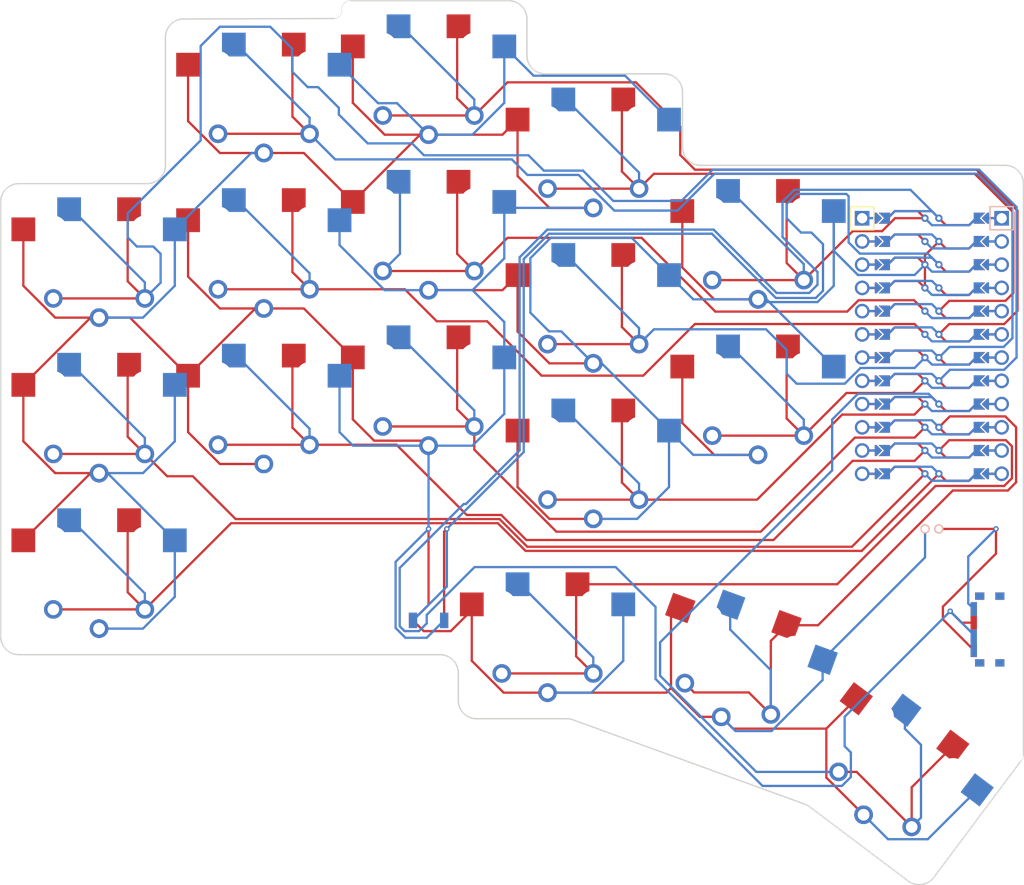
<source format=kicad_pcb>
(kicad_pcb (version 20211014) (generator pcbnew)
  (title_block (title "main") (rev "v1.0.0") (company "Unknown"))
  (layers (0 "F.Cu" signal) (31 "B.Cu" signal) (34 "B.Paste" user) (35 "F.Paste" user) (36 "B.SilkS" user "B.Silkscreen") (37 "F.SilkS" user "F.Silkscreen") (38 "B.Mask" user) (39 "F.Mask" user) (44 "Edge.Cuts" user))
  (net 0 "")
  (net 1 "P10")
  (net 2 "GND")
  (net 3 "P9")
  (net 4 "P18")
  (net 5 "P8")
  (net 6 "P3")
  (net 7 "P19")
  (net 8 "P7")
  (net 9 "P2")
  (net 10 "P20")
  (net 11 "P6")
  (net 12 "P4")
  (net 13 "P21")
  (net 14 "P5")
  (net 15 "P1")
  (net 16 "P16")
  (net 17 "P14")
  (net 18 "P15")
  (net 19 "RAW")
  (net 20 "RST")
  (net 21 "VCC")
  (net 22 "P0")
  (net 23 "pos")
  (footprint "lib:bat" (layer "F.Cu") (at 91 -5 -90)
    (fp_text reference "")
    (fp_text value "")
  )
  (footprint "PG1350" (layer "F.Cu") (at 54 -29)
    (fp_text reference "S21" hide)
    (fp_text value "" hide)
  )
  (footprint "PG1350" (layer "F.Cu") (at 49 7)
    (fp_text reference "S29" hide)
    (fp_text value "" hide)
  )
  (footprint "PG1350" (layer "F.Cu") (at 18 -52)
    (fp_text reference "S11" hide)
    (fp_text value "" hide)
  )
  (footprint "PG1350" (layer "F.Cu") (at 72 -36)
    (fp_text reference "S27" hide)
    (fp_text value "" hide)
  )
  (footprint "PG1350" (layer "F.Cu") (at 36 -54)
    (fp_text reference "S17" hide)
    (fp_text value "" hide)
  )
  (footprint "PG1350" (layer "F.Cu") (at 18 -35 180)
    (fp_text reference "S10" hide)
    (fp_text value "" hide)
  )
  (footprint "PG1350" (layer "F.Cu") (at 87.083752 21.538866 143)
    (fp_text reference "S34" hide)
    (fp_text value "" hide)
  )
  (footprint "PG1350" (layer "F.Cu") (at 18 -35)
    (fp_text reference "S9" hide)
    (fp_text value "" hide)
  )
  (footprint "PG1350" (layer "F.Cu") (at 36 -20)
    (fp_text reference "S13" hide)
    (fp_text value "" hide)
  )
  (footprint "PG1350" (layer "F.Cu") (at 18 -18)
    (fp_text reference "S7" hide)
    (fp_text value "" hide)
  )
  (footprint "PG1350" (layer "F.Cu") (at 49 7 180)
    (fp_text reference "S30" hide)
    (fp_text value "" hide)
  )
  (footprint "VIA-0.6mm" (layer "F.Cu") (at 38 -5)
    (fp_text reference "REF**" hide)
    (fp_text value "VIA-0.6mm" hide)
  )
  (footprint "PG1350" (layer "F.Cu") (at 0 -34 180)
    (fp_text reference "S6" hide)
    (fp_text value "" hide)
  )
  (footprint "PG1350" (layer "F.Cu") (at 36 -54 180)
    (fp_text reference "S18" hide)
    (fp_text value "" hide)
  )
  (footprint "PG1350" (layer "F.Cu") (at 0 -34)
    (fp_text reference "S5" hide)
    (fp_text value "" hide)
  )
  (footprint "PG1350" (layer "F.Cu") (at 36 -37 180)
    (fp_text reference "S16" hide)
    (fp_text value "" hide)
  )
  (footprint "ProMicro" (layer "F.Cu") (at 91 -25 -90)
    (fp_text reference "MCU1" hide)
    (fp_text value "")
  )
  (footprint "PG1350" (layer "F.Cu") (at 54 -46 180)
    (fp_text reference "S24" hide)
    (fp_text value "" hide)
  )
  (footprint "PG1350" (layer "F.Cu") (at 72 -36 180)
    (fp_text reference "S28" hide)
    (fp_text value "" hide)
  )
  (footprint "VIA-0.6mm" (layer "F.Cu") (at 36 -5)
    (fp_text reference "REF**" hide)
    (fp_text value "VIA-0.6mm" hide)
  )
  (footprint "PG1350" (layer "F.Cu") (at 70 10 160)
    (fp_text reference "S32" hide)
    (fp_text value "" hide)
  )
  (footprint "PG1350" (layer "F.Cu") (at 0 0)
    (fp_text reference "S1" hide)
    (fp_text value "" hide)
  )
  (footprint "PG1350" (layer "F.Cu") (at 18 -18 180)
    (fp_text reference "S8" hide)
    (fp_text value "" hide)
  )
  (footprint "PG1350" (layer "F.Cu") (at 0 -17)
    (fp_text reference "S3" hide)
    (fp_text value "" hide)
  )
  (footprint "PG1350" (layer "F.Cu") (at 72 -19)
    (fp_text reference "S25" hide)
    (fp_text value "" hide)
  )
  (footprint "PG1350" (layer "F.Cu") (at 36 -37)
    (fp_text reference "S15" hide)
    (fp_text value "" hide)
  )
  (footprint "PG1350" (layer "F.Cu") (at 87.083752 21.538866 -37)
    (fp_text reference "S33" hide)
    (fp_text value "" hide)
  )
  (footprint "VIA-0.6mm" (layer "F.Cu") (at 98 -5)
    (fp_text reference "REF**" hide)
    (fp_text value "VIA-0.6mm" hide)
  )
  (footprint "VIA-0.6mm" (layer "F.Cu") (at 93 4)
    (fp_text reference "REF**" hide)
    (fp_text value "VIA-0.6mm" hide)
  )
  (footprint "PG1350" (layer "F.Cu") (at 70 10 -20)
    (fp_text reference "S31" hide)
    (fp_text value "" hide)
  )
  (footprint "PG1350" (layer "F.Cu") (at 0 -17 180)
    (fp_text reference "S4" hide)
    (fp_text value "" hide)
  )
  (footprint "Button_Switch_SMD:SW_SPDT_PCM12" (layer "F.Cu") (at 97 6 90)
    (fp_text reference "")
    (fp_text value "")
  )
  (footprint "PG1350" (layer "F.Cu") (at 54 -29 180)
    (fp_text reference "S22" hide)
    (fp_text value "" hide)
  )
  (footprint "PG1350" (layer "F.Cu") (at 18 -52 180)
    (fp_text reference "S12" hide)
    (fp_text value "" hide)
  )
  (footprint "PG1350" (layer "F.Cu") (at 36 -20 180)
    (fp_text reference "S14" hide)
    (fp_text value "" hide)
  )
  (footprint "PG1350" (layer "F.Cu") (at 72 -19 180)
    (fp_text reference "S26" hide)
    (fp_text value "" hide)
  )
  (footprint "PG1350" (layer "F.Cu") (at 54 -46)
    (fp_text reference "S23" hide)
    (fp_text value "" hide)
  )
  (footprint "PG1350" (layer "F.Cu") (at 54 -12 180)
    (fp_text reference "S20" hide)
    (fp_text value "" hide)
  )
  (footprint "PG1350" (layer "F.Cu") (at 0 0 180)
    (fp_text reference "S2" hide)
    (fp_text value "" hide)
  )
  (footprint "PG1350" (layer "F.Cu") (at 54 -12)
    (fp_text reference "S19" hide)
    (fp_text value "" hide)
  )
  (footprint "Button_Switch_SMD:SW_SPST_B3U-1000P" (layer "F.Cu") (at 36 5)
    (fp_text reference "")
    (fp_text value "")
  )
  (gr_arc (start 100.999999 19.75) (mid 100.93614 20.11717) (end 100.713146 20.415775) (layer "Edge.Cuts") (width 0.05))
  (gr_line (start 48.75 -54.75) (end 61.75 -54.75) (layer "Edge.Cuts") (width 0.15))
  (gr_arc (start 7.25 -44.75) (mid 6.664214 -43.335786) (end 5.25 -42.75) (layer "Edge.Cuts") (width 0.15))
  (gr_arc (start 44.75 -62.75) (mid 46.164214 -62.164214) (end 46.75 -60.75) (layer "Edge.Cuts") (width 0.15))
  (gr_arc (start 26.5 -61.8) (mid 26.801768 -62.483663) (end 27.5 -62.75) (layer "Edge.Cuts") (width 0.05))
  (gr_line (start 39.25 13.75) (end 39.25 10.75) (layer "Edge.Cuts") (width 0.15))
  (gr_arc (start 7.25 -58.75) (mid 7.835786 -60.164214) (end 9.25 -60.75) (layer "Edge.Cuts") (width 0.15))
  (gr_arc (start 65.75 -44.75) (mid 64.335786 -45.335786) (end 63.75 -46.75) (layer "Edge.Cuts") (width 0.15))
  (gr_arc (start 37.25 8.75) (mid 38.664214 9.335786) (end 39.25 10.75) (layer "Edge.Cuts") (width 0.15))
  (gr_arc (start 51.09064 15.75) (mid 51.437936 15.780384) (end 51.77468 15.870615) (layer "Edge.Cuts") (width 0.15))
  (gr_line (start -8.75 8.75) (end 37.25 8.75) (layer "Edge.Cuts") (width 0.15))
  (gr_arc (start 26.5 -61.8) (mid 26.340387 -61.10769) (end 25.7 -60.8) (layer "Edge.Cuts") (width 0.05))
  (gr_line (start 46.75 -60.75) (end 46.75 -56.75) (layer "Edge.Cuts") (width 0.15))
  (gr_line (start 51.77468 15.870615) (end 77.118215 25.094907) (layer "Edge.Cuts") (width 0.15))
  (gr_line (start 41.25 15.75) (end 51.09064 15.75) (layer "Edge.Cuts") (width 0.15))
  (gr_arc (start 77.118215 25.094907) (mid 77.388492 25.216658) (end 77.637805 25.377021) (layer "Edge.Cuts") (width 0.15))
  (gr_line (start 101 19.75) (end 101 -42.75) (layer "Edge.Cuts") (width 0.15))
  (gr_line (start 91.207514 33.09826) (end 100.7 20.4) (layer "Edge.Cuts") (width 0.15))
  (gr_line (start -10.75 6.75) (end -10.75 -40.75) (layer "Edge.Cuts") (width 0.15))
  (gr_arc (start 41.25 15.75) (mid 39.835786 15.164214) (end 39.25 13.75) (layer "Edge.Cuts") (width 0.15))
  (gr_arc (start 99 -44.75) (mid 100.414214 -44.164214) (end 101 -42.75) (layer "Edge.Cuts") (width 0.15))
  (gr_line (start 9.25 -60.75) (end 25.7 -60.8) (layer "Edge.Cuts") (width 0.15))
  (gr_line (start 7.25 -44.75) (end 7.25 -58.75) (layer "Edge.Cuts") (width 0.15))
  (gr_arc (start -10.75 -40.75) (mid -10.164214 -42.164214) (end -8.75 -42.75) (layer "Edge.Cuts") (width 0.15))
  (gr_line (start 77.637805 25.377021) (end 88.406613 33.491901) (layer "Edge.Cuts") (width 0.15))
  (gr_arc (start 48.75 -54.75) (mid 47.335786 -55.335786) (end 46.75 -56.75) (layer "Edge.Cuts") (width 0.15))
  (gr_line (start 27.5 -62.75) (end 44.75 -62.75) (layer "Edge.Cuts") (width 0.15))
  (gr_line (start -8.75 -42.75) (end 5.25 -42.75) (layer "Edge.Cuts") (width 0.15))
  (gr_line (start 65.75 -44.75) (end 99 -44.75) (layer "Edge.Cuts") (width 0.15))
  (gr_arc (start -8.75 8.75) (mid -10.164214 8.164214) (end -10.75 6.75) (layer "Edge.Cuts") (width 0.15))
  (gr_line (start 63.75 -46.75) (end 63.75 -52.75) (layer "Edge.Cuts") (width 0.15))
  (gr_arc (start 61.75 -54.75) (mid 63.164214 -54.164214) (end 63.75 -52.75) (layer "Edge.Cuts") (width 0.15))
  (gr_arc (start 91.207514 33.09826) (mid 89.888589 33.875166) (end 88.406613 33.491901) (layer "Edge.Cuts") (width 0.15))
  (segment (start 43.575489 -5.624511) (end 46.6 -2.6) (width 0.25) (layer "F.Cu") (net 1))
  (segment (start 14.424511 -5.624511) (end 43.575489 -5.624511) (width 0.25) (layer "F.Cu") (net 1))
  (segment (start 3.125479 -5.800479) (end 3.275 -5.95) (width 0.25) (layer "F.Cu") (net 1))
  (segment (start 46.6 -2.6) (end 83.332 -2.6) (width 0.25) (layer "F.Cu") (net 1))
  (segment (start 5 3.8) (end 3.125479 1.925479) (width 0.25) (layer "F.Cu") (net 1))
  (segment (start 3.125479 1.925479) (end 3.125479 -5.800479) (width 0.25) (layer "F.Cu") (net 1))
  (segment (start 5 3.8) (end 14.424511 -5.624511) (width 0.25) (layer "F.Cu") (net 1))
  (segment (start 83.332 -2.6) (end 91.762 -11.03) (width 0.25) (layer "F.Cu") (net 1))
  (segment (start -5 3.8) (end 5 3.8) (width 0.25) (layer "F.Cu") (net 1))
  (segment (start -2.995677 -5.95) (end -3.275 -5.95) (width 0.25) (layer "B.Cu") (net 1))
  (segment (start 5 2.045677) (end -2.995677 -5.95) (width 0.25) (layer "B.Cu") (net 1))
  (segment (start 5 3.8) (end 5 2.045677) (width 0.25) (layer "B.Cu") (net 1))
  (segment (start 13.20423 -29.1) (end 18 -29.1) (width 0.25) (layer "F.Cu") (net 2))
  (segment (start 18 -29.1) (end 17.075 -29.1) (width 0.25) (layer "F.Cu") (net 2))
  (segment (start 9.725 -21.75) (end 9.725 -15.57923) (width 0.25) (layer "F.Cu") (net 2))
  (segment (start 35.075 -48.1) (end 36 -48.1) (width 0.25) (layer "F.Cu") (net 2))
  (segment (start 67.20423 -30.1) (end 72 -30.1) (width 0.25) (layer "F.Cu") (net 2))
  (segment (start 40.725 3.25) (end 40.725 9.42077) (width 0.25) (layer "F.Cu") (net 2))
  (segment (start 27.725 -57.75) (end 27.725 -51.57923) (width 0.25) (layer "F.Cu") (net 2))
  (segment (start 0 -28.1) (end 3.375 -28.1) (width 0.25) (layer "F.Cu") (net 2))
  (segment (start 9.725 -38.75) (end 9.725 -32.57923) (width 0.25) (layer "F.Cu") (net 2))
  (segment (start 0 -11.1) (end -4.79577 -11.1) (width 0.25) (layer "F.Cu") (net 2))
  (segment (start 9.725 -55.75) (end 9.725 -49.57923) (width 0.25) (layer "F.Cu") (net 2))
  (segment (start 38.425489 6.174511) (end 40.725 3.875) (width 0.25) (layer "F.Cu") (net 2))
  (segment (start 45.725 -26.57923) (end 49.20423 -23.1) (width 0.25) (layer "F.Cu") (net 2))
  (segment (start 27.725 -40.75) (end 35.075 -48.1) (width 0.25) (layer "F.Cu") (net 2))
  (segment (start 44.075 -48.1) (end 45.725 -49.75) (width 0.25) (layer "F.Cu") (net 2))
  (segment (start 63.725 -16.57923) (end 67.20423 -13.1) (width 0.25) (layer "F.Cu") (net 2))
  (segment (start 18 -29.1) (end 22.375 -29.1) (width 0.25) (layer "F.Cu") (net 2))
  (segment (start 49.20423 -23.1) (end 54 -23.1) (width 0.25) (layer "F.Cu") (net 2))
  (segment (start 27.725 -16.975) (end 30.05048 -14.64952) (width 0.25) (layer "F.Cu") (net 2))
  (segment (start 45.725 -49.75) (end 45.725 -43.57923) (width 0.25) (layer "F.Cu") (net 2))
  (segment (start -4.79577 -28.1) (end 0 -28.1) (width 0.25) (layer "F.Cu") (net 2))
  (segment (start -8.275 -3.75) (end -0.925 -11.1) (width 0.25) (layer "F.Cu") (net 2))
  (segment (start 22.375 -29.1) (end 27.725 -23.75) (width 0.25) (layer "F.Cu") (net 2))
  (segment (start 44.075 -31.1) (end 45.725 -32.75) (width 0.25) (layer "F.Cu") (net 2))
  (segment (start 63.725 -33.57923) (end 67.20423 -30.1) (width 0.25) (layer "F.Cu") (net 2))
  (segment (start 63.725 -22.75) (end 63.725 -16.57923) (width 0.25) (layer "F.Cu") (net 2))
  (segment (start 79.463166 16.832647) (end 79.463166 22.180939) (width 0.25) (layer "F.Cu") (net 2))
  (segment (start -8.275 -20.75) (end -0.925 -28.1) (width 0.25) (layer "F.Cu") (net 2))
  (segment (start 79.463166 22.180939) (end 83.533043 26.250816) (width 0.25) (layer "F.Cu") (net 2))
  (segment (start 49.20423 -6.1) (end 54 -6.1) (width 0.25) (layer "F.Cu") (net 2))
  (segment (start 90.238 -31.35) (end 90.238 -33.89) (width 0.25) (layer "F.Cu") (net 2))
  (segment (start 90.238 -34.906) (end 90.238 -33.89) (width 0.25) (layer "F.Cu") (net 2))
  (segment (start 82.731849 13.563964) (end 79.463166 16.832647) (width 0.25) (layer "F.Cu") (net 2))
  (segment (start 36 -5) (end 36 3.3) (width 0.25) (layer "F.Cu") (net 2))
  (segment (start 49 12.9) (end 61.984702 12.9) (width 0.25) (layer "F.Cu") (net 2))
  (segment (start -0.925 -28.1) (end 0 -28.1) (width 0.25) (layer "F.Cu") (net 2))
  (segment (start 9.725 -49.57923) (end 13.20423 -46.1) (width 0.25) (layer "F.Cu") (net 2))
  (segment (start 34.3 5) (end 35.474511 6.174511) (width 0.25) (layer "F.Cu") (net 2))
  (segment (start 3.375 -28.1) (end 9.725 -21.75) (width 0.25) (layer "F.Cu") (net 2))
  (segment (start -8.275 -14.57923) (end -8.275 -20.75) (width 0.25) (layer "F.Cu") (net 2))
  (segment (start -8.275 -31.57923) (end -4.79577 -28.1) (width 0.25) (layer "F.Cu") (net 2))
  (segment (start 35.474511 6.174511) (end 38.425489 6.174511) (width 0.25) (layer "F.Cu") (net 2))
  (segment (start -8.275 -37.75) (end -8.275 -31.57923) (width 0.25) (layer "F.Cu") (net 2))
  (segment (start 30.05048 -14.64952) (end 35.45048 -14.64952) (width 0.25) (layer "F.Cu") (net 2))
  (segment (start 63.506619 3.645936) (end 62.492351 4.660204) (width 0.25) (layer "F.Cu") (net 2))
  (segment (start -4.79577 -11.1) (end -8.275 -14.57923) (width 0.25) (layer "F.Cu") (net 2))
  (segment (start 45.725 -15.75) (end 45.725 -9.57923) (width 0.25) (layer "F.Cu") (net 2))
  (segment (start 65.644186 15.544186) (end 67.982081 15.544186) (width 0.25) (layer "F.Cu") (net 2))
  (segment (start 36 -31.1) (end 44.075 -31.1) (width 0.25) (layer "F.Cu") (net 2))
  (segment (start 91.762 -36.43) (end 90.238 -34.906) (width 0.25) (layer "F.Cu") (net 2))
  (segment (start 61.984702 12.9) (end 62.492351 12.392351) (width 0.25) (layer "F.Cu") (net 2))
  (segment (start 9.725 -15.57923) (end 13.20423 -12.1) (width 0.25) (layer "F.Cu") (net 2))
  (segment (start 49.20423 -40.1) (end 54 -40.1) (width 0.25) (layer "F.Cu") (net 2))
  (segment (start 40.725 3.875) (end 40.725 3.25) (width 0.25) (layer "F.Cu") (net 2))
  (segment (start 35.45048 -14.64952) (end 36 -14.1) (width 0.25) (layer "F.Cu") (net 2))
  (segment (start 31.20423 -48.1) (end 36 -48.1) (width 0.25) (layer "F.Cu") (net 2))
  (segment (start 27.725 -51.57923) (end 31.20423 -48.1) (width 0.25) (layer "F.Cu") (net 2))
  (segment (start 62.492351 12.392351) (end 65.644186 15.544186) (width 0.25) (layer "F.Cu") (net 2))
  (segment (start 44.20423 12.9) (end 49 12.9) (width 0.25) (layer "F.Cu") (net 2))
  (segment (start 13.20423 -12.1) (end 18 -12.1) (width 0.25) (layer "F.Cu") (net 2))
  (segment (start 67.982081 15.544186) (end 69.270542 16.832647) (width 0.25) (layer "F.Cu") (net 2))
  (segment (start 9.725 -32.57923) (end 13.20423 -29.1) (width 0.25) (layer "F.Cu") (net 2))
  (segment (start 45.725 -32.75) (end 45.725 -26.57923) (width 0.25) (layer "F.Cu") (net 2))
  (segment (start 40.725 9.42077) (end 44.20423 12.9) (width 0.25) (layer "F.Cu") (net 2))
  (segment (start 18 -46.1) (end 22.375 -46.1) (width 0.25) (layer "F.Cu") (net 2))
  (segment (start 13.20423 -46.1) (end 18 -46.1) (width 0.25) (layer "F.Cu") (net 2))
  (segment (start 45.725 -9.57923) (end 49.20423 -6.1) (width 0.25) (layer "F.Cu") (net 2))
  (segment (start 63.725 -39.75) (end 63.725 -33.57923) (width 0.25) (layer "F.Cu") (net 2))
  (segment (start 62.492351 4.660204) (end 62.492351 12.392351) (width 0.25) (layer "F.Cu") (net 2))
  (segment (start 69.270542 16.832647) (end 79.463166 16.832647) (width 0.25) (layer "F.Cu") (net 2))
  (segment (start 36 3.3) (end 34.3 5) (width 0.25) (layer "F.Cu") (net 2))
  (segment (start 67.20423 -13.1) (end 72 -13.1) (width 0.25) (layer "F.Cu") (net 2))
  (segment (start 27.725 -23.75) (end 27.725 -16.975) (width 0.25) (layer "F.Cu") (net 2))
  (segment (start 22.375 -46.1) (end 27.725 -40.75) (width 0.25) (layer "F.Cu") (net 2))
  (segment (start -0.925 -11.1) (end 0 -11.1) (width 0.25) (layer "F.Cu") (net 2))
  (segment (start 36 -48.1) (end 44.075 -48.1) (width 0.25) (layer "F.Cu") (net 2))
  (segment (start 45.725 -43.57923) (end 49.20423 -40.1) (width 0.25) (layer "F.Cu") (net 2))
  (segment (start 17.075 -29.1) (end 9.725 -21.75) (width 0.25) (layer "F.Cu") (net 2))
  (segment (start 73.47549 17.1) (end 69.537895 17.1) (width 0.25) (layer "B.Cu") (net 2))
  (segment (start 26.275 -38.75) (end 26.275 -36.02923) (width 0.25) (layer "B.Cu") (net 2))
  (segment (start 80.275 -31.575) (end 80.275 -39.75) (width 0.25) (layer "B.Cu") (net 2))
  (segment (start 36 -5) (end 32.4 -1.4) (width 0.25) (layer "B.Cu") (net 2))
  (segment (start 62.275 -32.75) (end 58.200479 -36.824521) (width 0.25) (layer "B.Cu") (net 2))
  (segment (start 80.275 -22.75) (end 72.925 -30.1) (width 0.25) (layer "B.Cu") (net 2))
  (segment (start 80.275 -35.4047) (end 82.914211 -32.765489) (width 0.25) (layer "B.Cu") (net 2))
  (segment (start 4.79577 5.9) (end 0 5.9) (width 0.25) (layer "B.Cu") (net 2))
  (segment (start 27.75423 -14.1) (end 36 -14.1) (width 0.25) (layer "B.Cu") (net 2))
  (segment (start 49.350499 -36.824521) (end 47.125479 -34.599501) (width 0.25) (layer "B.Cu") (net 2))
  (segment (start 62.275 -15.75) (end 62.275 -9.57923) (width 0.25) (layer "B.Cu") (net 2))
  (segment (start 40.79577 -31.1) (end 36 -31.1) (width 0.25) (layer "B.Cu") (net 2))
  (segment (start 44.275 -27.62077) (end 40.79577 -31.1) (width 0.25) (layer "B.Cu") (net 2))
  (segment (start 49.166992 -26.6) (end 50.5 -26.6) (width 0.25) (layer "B.Cu") (net 2))
  (segment (start 0 -11.1) (end 4.79577 -11.1) (width 0.25) (layer "B.Cu") (net 2))
  (segment (start 0 -28.1) (end 4.79577 -28.1) (width 0.25) (layer "B.Cu") (net 2))
  (segment (start 78.5 -29.8) (end 80.275 -31.575) (width 0.25) (layer "B.Cu") (net 2))
  (segment (start 8.275 2.42077) (end 4.79577 5.9) (width 0.25) (layer "B.Cu") (net 2))
  (segment (start 36 -14.1) (end 36 -5) (width 0.25) (layer "B.Cu") (net 2))
  (segment (start 69.537895 17.1) (end 67.982081 15.544186) (width 0.25) (layer "B.Cu") (net 2))
  (segment (start 44.275 -51.57923) (end 44.275 -57.75) (width 0.25) (layer "B.Cu") (net 2))
  (segment (start 50.5 -26.6) (end 54 -23.1) (width 0.25) (layer "B.Cu") (net 2))
  (segment (start 26.275 -21.75) (end 26.275 -15.57923) (width 0.25) (layer "B.Cu") (net 2))
  (segment (start 90.25 -5) (end 90.25 -1.885099) (width 0.25) (layer "B.Cu") (net 2))
  (segment (start 26.275 -15.57923) (end 27.75423 -14.1) (width 0.25) (layer "B.Cu") (net 2))
  (segment (start 58.200479 -36.824521) (end 49.350499 -36.824521) (width 0.25) (layer "B.Cu") (net 2))
  (segment (start 86.205494 28.923267) (end 90.550002 28.923267) (width 0.25) (layer "B.Cu") (net 2))
  (segment (start 26.275 -55.75) (end 30.484489 -51.540511) (width 0.25) (layer "B.Cu") (net 2))
  (segment (start 54 -40.1) (end 44.925 -40.1) (width 0.25) (layer "B.Cu") (net 2))
  (segment (start 53.79577 12.9) (end 49 12.9) (width 0.25) (layer "B.Cu") (net 2))
  (segment (start 8.275 -31.57923) (end 8.275 -37.75) (width 0.25) (layer "B.Cu") (net 2))
  (segment (start 44.275 -17.57923) (end 44.275 -23.75) (width 0.25) (layer "B.Cu") (net 2))
  (segment (start 79.058532 11.516958) (end 73.47549 17.1) (width 0.25) (layer "B.Cu") (net 2))
  (segment (start 0.925 -11.1) (end 0 -11.1) (width 0.25) (layer "B.Cu") (net 2))
  (segment (start 79.058532 9.306369) (end 79.058532 11.516958) (width 0.25) (layer "B.Cu") (net 2))
  (segment (start 16.625 -46.1) (end 18 -46.1) (width 0.25) (layer "B.Cu") (net 2))
  (segment (start 40.79577 -48.1) (end 44.275 -51.57923) (width 0.25) (layer "B.Cu") (net 2))
  (segment (start 89.113489 -32.765489) (end 90.238 -33.89) (width 0.25) (layer "B.Cu") (net 2))
  (segment (start 82.914211 -32.765489) (end 89.113489 -32.765489) (width 0.25) (layer "B.Cu") (net 2))
  (segment (start 44.275 -23.75) (end 44.275 -27.62077) (width 0.25) (layer "B.Cu") (net 2))
  (segment (start 62.275 -49.75) (end 57.47452 -54.55048) (width 0.25) (layer "B.Cu") (net 2))
  (segment (start 83.533043 26.250816) (end 86.205494 28.923267) (width 0.25) (layer "B.Cu") (net 2))
  (segment (start 36 -14.1) (end 40.79577 -14.1) (width 0.25) (layer "B.Cu") (net 2))
  (segment (start 33.475 6.9) (end 35.8 6.9) (width 0.25) (layer "B.Cu") (net 2))
  (segment (start 8.275 -14.57923) (end 8.275 -20.75) (width 0.25) (layer "B.Cu") (net 2))
  (segment (start 72 -30.1) (end 72.3 -29.8) (width 0.25) (layer "B.Cu") (net 2))
  (segment (start 72 -30.1) (end 64.925 -30.1) (width 0.25) (layer "B.Cu") (net 2))
  (segment (start 72.925 -30.1) (end 72 -30.1) (width 0.25) (layer "B.Cu") (net 2))
  (segment (start 47.47452 -54.55048) (end 44.275 -57.75) (width 0.25) (layer "B.Cu") (net 2))
  (segment (start 54.925 -23.1) (end 54 -23.1) (width 0.25) (layer "B.Cu") (net 2))
  (segment (start 32.559489 -51.540511) (end 36 -48.1) (width 0.25) (layer "B.Cu") (net 2))
  (segment (start 64.925 -13.1) (end 62.275 -15.75) (width 0.25) (layer "B.Cu") (net 2))
  (segment (start 40.79577 -14.1) (end 44.275 -17.57923) (width 0.25) (layer "B.Cu") (net 2))
  (segment (start 44.925 -40.1) (end 44.275 -40.75) (width 0.25) (layer "B.Cu") (net 2))
  (segment (start 62.275 -15.75) (end 54.925 -23.1) (width 0.25) (layer "B.Cu") (net 2))
  (segment (start 8.275 -3.75) (end 0.925 -11.1) (width 0.25) (layer "B.Cu") (net 2))
  (segment (start 4.79577 -11.1) (end 8.275 -14.57923) (width 0.25) (layer "B.Cu") (net 2))
  (segment (start 80.275 -39.75) (end 80.275 -35.4047) (width 0.25) (layer "B.Cu") (net 2))
  (segment (start 44.275 -40.75) (end 44.275 -34.57923) (width 0.25) (layer "B.Cu") (net 2))
  (segment (start 57.275 9.42077) (end 53.79577 12.9) (width 0.25) (layer "B.Cu") (net 2))
  (segment (start 47.125479 -34.599501) (end 47.125479 -28.641513) (width 0.25) (layer "B.Cu") (net 2))
  (segment (start 4.79577 -28.1) (end 8.275 -31.57923) (width 0.25) (layer "B.Cu") (net 2))
  (segment (start 30.484489 -51.540511) (end 32.559489 -51.540511) (width 0.25) (layer "B.Cu") (net 2))
  (segment (start 8.275 -37.75) (end 16.625 -46.1) (width 0.25) (layer "B.Cu") (net 2))
  (segment (start 57.47452 -54.55048) (end 47.47452 -54.55048) (width 0.25) (layer "B.Cu") (net 2))
  (segment (start 47.125479 -28.641513) (end 49.166992 -26.6) (width 0.25) (layer "B.Cu") (net 2))
  (segment (start 26.275 -36.02923) (end 31.20423 -31.1) (width 0.25) (layer "B.Cu") (net 2))
  (segment (start 36 -48.1) (end 40.79577 -48.1) (width 0.25) (layer "B.Cu") (net 2))
  (segment (start 62.275 -9.57923) (end 58.79577 -6.1) (width 0.25) (layer "B.Cu") (net 2))
  (segment (start 8.275 -3.75) (end 8.275 2.42077) (width 0.25) (layer "B.Cu") (net 2))
  (segment (start 32.4 5.825) (end 33.475 6.9) (width 0.25) (layer "B.Cu") (net 2))
  (segment (start 31.20423 -31.1) (end 36 -31.1) (width 0.25) (layer "B.Cu") (net 2))
  (segment (start 32.4 -1.4) (end 32.4 5.825) (width 0.25) (layer "B.Cu") (net 2))
  (segment (start 90.550002 28.923267) (end 95.949267 23.524002) (width 0.25) (layer "B.Cu") (net 2))
  (segment (start 72 -13.1) (end 64.925 -13.1) (width 0.25) (layer "B.Cu") (net 2))
  (segment (start 35.8 6.9) (end 37.7 5) (width 0.25) (layer "B.Cu") (net 2))
  (segment (start 90.25 -1.885099) (end 79.058532 9.306369) (width 0.25) (layer "B.Cu") (net 2))
  (segment (start 72.3 -29.8) (end 78.5 -29.8) (width 0.25) (layer "B.Cu") (net 2))
  (segment (start 58.79577 -6.1) (end 54 -6.1) (width 0.25) (layer "B.Cu") (net 2))
  (segment (start 64.925 -30.1) (end 62.275 -32.75) (width 0.25) (layer "B.Cu") (net 2))
  (segment (start 57.275 3.25) (end 57.275 9.42077) (width 0.25) (layer "B.Cu") (net 2))
  (segment (start 44.275 -34.57923) (end 40.79577 -31.1) (width 0.25) (layer "B.Cu") (net 2))
  (segment (start 46.786198 -3.04952) (end 82.25752 -3.04952) (width 0.25) (layer "F.Cu") (net 3))
  (segment (start 5 -13.2) (end 3.125479 -15.074521) (width 0.25) (layer "F.Cu") (net 3))
  (segment (start 10.240511 -10.759489) (end 14.925969 -6.074031) (width 0.25) (layer "F.Cu") (net 3))
  (segment (start 3.125479 -15.074521) (end 3.125479 -22.800479) (width 0.25) (layer "F.Cu") (net 3))
  (segment (start 14.925969 -6.074031) (end 43.761687 -6.074031) (width 0.25) (layer "F.Cu") (net 3))
  (segment (start 3.125479 -22.800479) (end 3.275 -22.95) (width 0.25) (layer "F.Cu") (net 3))
  (segment (start -5 -13.2) (end 5 -13.2) (width 0.25) (layer "F.Cu") (net 3))
  (segment (start 7.440511 -10.759489) (end 10.240511 -10.759489) (width 0.25) (layer "F.Cu") (net 3))
  (segment (start 43.761687 -6.074031) (end 46.786198 -3.04952) (width 0.25) (layer "F.Cu") (net 3))
  (segment (start 5 -13.2) (end 7.440511 -10.759489) (width 0.25) (layer "F.Cu") (net 3))
  (segment (start 82.25752 -3.04952) (end 90.238 -11.03) (width 0.25) (layer "F.Cu") (net 3))
  (segment (start 5 -13.2) (end 5 -14.954323) (width 0.25) (layer "B.Cu") (net 3))
  (segment (start -2.995677 -22.95) (end -3.275 -22.95) (width 0.25) (layer "B.Cu") (net 3))
  (segment (start 5 -14.954323) (end -2.995677 -22.95) (width 0.25) (layer "B.Cu") (net 3))
  (segment (start 3.125479 -39.800479) (end 3.275 -39.95) (width 0.25) (layer "F.Cu") (net 4))
  (segment (start -5 -30.2) (end 5 -30.2) (width 0.25) (layer "F.Cu") (net 4))
  (segment (start 5 -30.2) (end 3.125479 -32.074521) (width 0.25) (layer "F.Cu") (net 4))
  (segment (start 3.125479 -32.074521) (end 3.125479 -39.800479) (width 0.25) (layer "F.Cu") (net 4))
  (segment (start 56.186188 -40.859489) (end 63.623771 -40.859489) (width 0.25) (layer "B.Cu") (net 4))
  (segment (start 5 -30.2) (end 5 -31.954323) (width 0.25) (layer "B.Cu") (net 4))
  (segment (start 34.2 -47.14952) (end 35.5 -45.84952) (width 0.25) (layer "B.Cu") (net 4))
  (segment (start 3.125479 -36.874521) (end 3.125479 -39.503465) (width 0.25) (layer "B.Cu") (net 4))
  (segment (start 26.2 -50.3) (end 29.35048 -47.14952) (width 0.25) (layer "B.Cu") (net 4))
  (segment (start 67.038323 -44.274041) (end 96.161677 -44.274041) (width 0.25) (layer "B.Cu") (net 4))
  (segment (start 98.9 -22.4) (end 92.972 -22.4) (width 0.25) (layer "B.Cu") (net 4))
  (segment (start 11.1 -47.477986) (end 11.1 -57.8) (width 0.25) (layer "B.Cu") (net 4))
  (segment (start 5.924521 -35.875479) (end 4.124521 -35.875479) (width 0.25) (layer "B.Cu") (net 4))
  (segment (start 13.2 -59.9) (end 18.700974 -59.9) (width 0.25) (layer "B.Cu") (net 4))
  (segment (start 29.35048 -47.14952) (end 34.2 -47.14952) (width 0.25) (layer "B.Cu") (net 4))
  (segment (start 3.125479 -39.503465) (end 11.1 -47.477986) (width 0.25) (layer "B.Cu") (net 4))
  (segment (start 92.972 -22.4) (end 91.762 -21.19) (width 0.25) (layer "B.Cu") (net 4))
  (segment (start -2.995677 -39.95) (end -3.275 -39.95) (width 0.25) (layer "B.Cu") (net 4))
  (segment (start 22.799026 -53.3) (end 23.933008 -53.3) (width 0.25) (layer "B.Cu") (net 4))
  (segment (start 23.933008 -53.3) (end 26.2 -51.033008) (width 0.25) (layer "B.Cu") (net 4))
  (segment (start 100.24952 -40.186197) (end 100.24952 -23.74952) (width 0.25) (layer "B.Cu") (net 4))
  (segment (start 21.1 -57.500974) (end 21.1 -54.999026) (width 0.25) (layer "B.Cu") (net 4))
  (segment (start 5 -31.954323) (end -2.995677 -39.95) (width 0.25) (layer "B.Cu") (net 4))
  (segment (start 100.24952 -23.74952) (end 98.9 -22.4) (width 0.25) (layer "B.Cu") (net 4))
  (segment (start 6.725421 -31.925421) (end 6.725421 -35.074579) (width 0.25) (layer "B.Cu") (net 4))
  (segment (start 63.623771 -40.859489) (end 67.038323 -44.274041) (width 0.25) (layer "B.Cu") (net 4))
  (segment (start 26.2 -51.033008) (end 26.2 -50.3) (width 0.25) (layer "B.Cu") (net 4))
  (segment (start 18.700974 -59.9) (end 21.1 -57.500974) (width 0.25) (layer "B.Cu") (net 4))
  (segment (start 4.124521 -35.875479) (end 3.125479 -36.874521) (width 0.25) (layer "B.Cu") (net 4))
  (segment (start 5 -30.2) (end 6.725421 -31.925421) (width 0.25) (layer "B.Cu") (net 4))
  (segment (start 52.872839 -44.172838) (end 56.186188 -40.859489) (width 0.25) (layer "B.Cu") (net 4))
  (segment (start 48.594154 -44.172838) (end 52.872839 -44.172838) (width 0.25) (layer "B.Cu") (net 4))
  (segment (start 35.5 -45.84952) (end 46.917472 -45.84952) (width 0.25) (layer "B.Cu") (net 4))
  (segment (start 6.725421 -35.074579) (end 5.924521 -35.875479) (width 0.25) (layer "B.Cu") (net 4))
  (segment (start 46.917472 -45.84952) (end 48.594154 -44.172838) (width 0.25) (layer "B.Cu") (net 4))
  (segment (start 11.1 -57.8) (end 13.2 -59.9) (width 0.25) (layer "B.Cu") (net 4))
  (segment (start 21.1 -54.999026) (end 22.799026 -53.3) (width 0.25) (layer "B.Cu") (net 4))
  (segment (start 96.161677 -44.274041) (end 100.24952 -40.186197) (width 0.25) (layer "B.Cu") (net 4))
  (segment (start 43.947884 -6.523551) (end 46.685718 -3.785718) (width 0.25) (layer "F.Cu") (net 5))
  (segment (start 23 -14.2) (end 21.125479 -16.074521) (width 0.25) (layer "F.Cu") (net 5))
  (segment (start 89.113489 -12.445489) (end 90.238 -13.57) (width 0.25) (layer "F.Cu") (net 5))
  (segment (start 21.125479 -23.800479) (end 21.275 -23.95) (width 0.25) (layer "F.Cu") (net 5))
  (segment (start 73.685718 -3.785718) (end 82.345489 -12.445489) (width 0.25) (layer "F.Cu") (net 5))
  (segment (start 40.176449 -6.523551) (end 43.947884 -6.523551) (width 0.25) (layer "F.Cu") (net 5))
  (segment (start 82.345489 -12.445489) (end 89.113489 -12.445489) (width 0.25) (layer "F.Cu") (net 5))
  (segment (start 46.685718 -3.785718) (end 73.685718 -3.785718) (width 0.25) (layer "F.Cu") (net 5))
  (segment (start 21.125479 -16.074521) (end 21.125479 -23.800479) (width 0.25) (layer "F.Cu") (net 5))
  (segment (start 23 -14.2) (end 32.5 -14.2) (width 0.25) (layer "F.Cu") (net 5))
  (segment (start 32.5 -14.2) (end 40.176449 -6.523551) (width 0.25) (layer "F.Cu") (net 5))
  (segment (start 13 -14.2) (end 23 -14.2) (width 0.25) (layer "F.Cu") (net 5))
  (segment (start 23 -14.2) (end 23 -15.954323) (width 0.25) (layer "B.Cu") (net 5))
  (segment (start 15.004323 -23.95) (end 14.725 -23.95) (width 0.25) (layer "B.Cu") (net 5))
  (segment (start 23 -15.954323) (end 15.004323 -23.95) (width 0.25) (layer "B.Cu") (net 5))
  (segment (start 21.125479 -40.800479) (end 21.275 -40.95) (width 0.25) (layer "F.Cu") (net 6))
  (segment (start 89.108 -27.4) (end 90.238 -26.27) (width 0.25) (layer "F.Cu") (net 6))
  (segment (start 36.900974 -27.7) (end 42.4 -27.7) (width 0.25) (layer "F.Cu") (net 6))
  (segment (start 23 -31.2) (end 33.400974 -31.2) (width 0.25) (layer "F.Cu") (net 6))
  (segment (start 48.340511 -21.759489) (end 59.459489 -21.759489) (width 0.25) (layer "F.Cu") (net 6))
  (segment (start 65.1 -27.4) (end 89.108 -27.4) (width 0.25) (layer "F.Cu") (net 6))
  (segment (start 33.400974 -31.2) (end 36.900974 -27.7) (width 0.25) (layer "F.Cu") (net 6))
  (segment (start 59.459489 -21.759489) (end 65.1 -27.4) (width 0.25) (layer "F.Cu") (net 6))
  (segment (start 42.4 -27.7) (end 48.340511 -21.759489) (width 0.25) (layer "F.Cu") (net 6))
  (segment (start 13 -31.2) (end 23 -31.2) (width 0.25) (layer "F.Cu") (net 6))
  (segment (start 21.125479 -33.074521) (end 21.125479 -40.800479) (width 0.25) (layer "F.Cu") (net 6))
  (segment (start 23 -31.2) (end 21.125479 -33.074521) (width 0.25) (layer "F.Cu") (net 6))
  (segment (start 15.004323 -40.95) (end 14.725 -40.95) (width 0.25) (layer "B.Cu") (net 6))
  (segment (start 23 -31.2) (end 23 -32.954323) (width 0.25) (layer "B.Cu") (net 6))
  (segment (start 23 -32.954323) (end 15.004323 -40.95) (width 0.25) (layer "B.Cu") (net 6))
  (segment (start 21.125479 -50.074521) (end 21.125479 -57.800479) (width 0.25) (layer "F.Cu") (net 7))
  (segment (start 23 -48.2) (end 21.125479 -50.074521) (width 0.25) (layer "F.Cu") (net 7))
  (segment (start 21.125479 -57.800479) (end 21.275 -57.95) (width 0.25) (layer "F.Cu") (net 7))
  (segment (start 13 -48.2) (end 23 -48.2) (width 0.25) (layer "F.Cu") (net 7))
  (segment (start 67.224521 -43.824521) (end 95.975479 -43.824521) (width 0.25) (layer "B.Cu") (net 7))
  (segment (start 63.2 -39.8) (end 67.224521 -43.824521) (width 0.25) (layer "B.Cu") (net 7))
  (segment (start 23 -48.2) (end 23 -49.954323) (width 0.25) (layer "B.Cu") (net 7))
  (segment (start 45.1 -45.4) (end 46.8 -43.7) (width 0.25) (layer "B.Cu") (net 7))
  (segment (start 92.932 -24.9) (end 91.762 -23.73) (width 0.25) (layer "B.Cu") (net 7))
  (segment (start 98.8403 -24.9) (end 92.932 -24.9) (width 0.25) (layer "B.Cu") (net 7))
  (segment (start 46.8 -43.7) (end 52.4 -43.7) (width 0.25) (layer "B.Cu") (net 7))
  (segment (start 15.004323 -57.95) (end 14.725 -57.95) (width 0.25) (layer "B.Cu") (net 7))
  (segment (start 99.8 -40) (end 99.8 -25.8597) (width 0.25) (layer "B.Cu") (net 7))
  (segment (start 56.3 -39.8) (end 63.2 -39.8) (width 0.25) (layer "B.Cu") (net 7))
  (segment (start 23 -48.2) (end 25.8 -45.4) (width 0.25) (layer "B.Cu") (net 7))
  (segment (start 95.975479 -43.824521) (end 99.8 -40) (width 0.25) (layer "B.Cu") (net 7))
  (segment (start 23 -49.954323) (end 15.004323 -57.95) (width 0.25) (layer "B.Cu") (net 7))
  (segment (start 99.8 -25.8597) (end 98.8403 -24.9) (width 0.25) (layer "B.Cu") (net 7))
  (segment (start 52.4 -43.7) (end 56.3 -39.8) (width 0.25) (layer "B.Cu") (net 7))
  (segment (start 25.8 -45.4) (end 45.1 -45.4) (width 0.25) (layer "B.Cu") (net 7))
  (segment (start 49.968513 -4.7) (end 72.3 -4.7) (width 0.25) (layer "F.Cu") (net 8))
  (segment (start 82.585489 -14.985489) (end 89.113489 -14.985489) (width 0.25) (layer "F.Cu") (net 8))
  (segment (start 41 -16.2) (end 39.125479 -18.074521) (width 0.25) (layer "F.Cu") (net 8))
  (segment (start 72.3 -4.7) (end 82.585489 -14.985489) (width 0.25) (layer "F.Cu") (net 8))
  (segment (start 41 -13.668513) (end 49.968513 -4.7) (width 0.25) (layer "F.Cu") (net 8))
  (segment (start 31 -16.2) (end 41 -16.2) (width 0.25) (layer "F.Cu") (net 8))
  (segment (start 39.125479 -25.800479) (end 39.275 -25.95) (width 0.25) (layer "F.Cu") (net 8))
  (segment (start 41 -16.2) (end 41 -13.668513) (width 0.25) (layer "F.Cu") (net 8))
  (segment (start 39.125479 -18.074521) (end 39.125479 -25.800479) (width 0.25) (layer "F.Cu") (net 8))
  (segment (start 89.113489 -14.985489) (end 90.238 -16.11) (width 0.25) (layer "F.Cu") (net 8))
  (segment (start 41 -17.954323) (end 33.004323 -25.95) (width 0.25) (layer "B.Cu") (net 8))
  (segment (start 33.004323 -25.95) (end 32.725 -25.95) (width 0.25) (layer "B.Cu") (net 8))
  (segment (start 41 -16.2) (end 41 -17.954323) (width 0.25) (layer "B.Cu") (net 8))
  (segment (start 89.048 -30) (end 90.238 -28.81) (width 0.25) (layer "F.Cu") (net 9))
  (segment (start 39.125479 -42.800479) (end 39.275 -42.95) (width 0.25) (layer "F.Cu") (net 9))
  (segment (start 81.739189 -28.759489) (end 82.9797 -30) (width 0.25) (layer "F.Cu") (net 9))
  (segment (start 41 -33.2) (end 39.125479 -35.074521) (width 0.25) (layer "F.Cu") (net 9))
  (segment (start 44.624521 -36.824521) (end 59.275479 -36.824521) (width 0.25) (layer "F.Cu") (net 9))
  (segment (start 39.125479 -35.074521) (end 39.125479 -42.800479) (width 0.25) (layer "F.Cu") (net 9))
  (segment (start 59.275479 -36.824521) (end 67.340511 -28.759489) (width 0.25) (layer "F.Cu") (net 9))
  (segment (start 31 -33.2) (end 41 -33.2) (width 0.25) (layer "F.Cu") (net 9))
  (segment (start 82.9797 -30) (end 89.048 -30) (width 0.25) (layer "F.Cu") (net 9))
  (segment (start 41 -33.2) (end 44.624521 -36.824521) (width 0.25) (layer "F.Cu") (net 9))
  (segment (start 67.340511 -28.759489) (end 81.739189 -28.759489) (width 0.25) (layer "F.Cu") (net 9))
  (segment (start 32.874521 -42.800479) (end 32.874521 -35.074521) (width 0.25) (layer "B.Cu") (net 9))
  (segment (start 32.725 -42.95) (end 32.874521 -42.800479) (width 0.25) (layer "B.Cu") (net 9))
  (segment (start 32.874521 -35.074521) (end 31 -33.2) (width 0.25) (layer "B.Cu") (net 9))
  (segment (start 31 -50.2) (end 41 -50.2) (width 0.25) (layer "F.Cu") (net 10))
  (segment (start 44.624521 -53.824521) (end 58.649501 -53.824521) (width 0.25) (layer "F.Cu") (net 10))
  (segment (start 39.125479 -59.800479) (end 39.275 -59.95) (width 0.25) (layer "F.Cu") (net 10))
  (segment (start 100.34952 -39.786198) (end 100.34952 -28.84952) (width 0.25) (layer "F.Cu") (net 10))
  (segment (start 63.5 -45.877986) (end 65.103945 -44.274041) (width 0.25) (layer "F.Cu") (net 10))
  (segment (start 95.861677 -44.274041) (end 100.34952 -39.786198) (width 0.25) (layer "F.Cu") (net 10))
  (segment (start 58.649501 -53.824521) (end 63.5 -48.974022) (width 0.25) (layer "F.Cu") (net 10))
  (segment (start 39.125479 -52.074521) (end 39.125479 -59.800479) (width 0.25) (layer "F.Cu") (net 10))
  (segment (start 41 -50.2) (end 44.624521 -53.824521) (width 0.25) (layer "F.Cu") (net 10))
  (segment (start 100.34952 -28.84952) (end 98.894511 -27.394511) (width 0.25) (layer "F.Cu") (net 10))
  (segment (start 65.103945 -44.274041) (end 95.861677 -44.274041) (width 0.25) (layer "F.Cu") (net 10))
  (segment (start 92.886511 -27.394511) (end 91.762 -26.27) (width 0.25) (layer "F.Cu") (net 10))
  (segment (start 98.894511 -27.394511) (end 92.886511 -27.394511) (width 0.25) (layer "F.Cu") (net 10))
  (segment (start 63.5 -48.974022) (end 63.5 -45.877986) (width 0.25) (layer "F.Cu") (net 10))
  (segment (start 41 -50.2) (end 39.125479 -52.074521) (width 0.25) (layer "F.Cu") (net 10))
  (segment (start 41 -51.954323) (end 33.004323 -59.95) (width 0.25) (layer "B.Cu") (net 10))
  (segment (start 33.004323 -59.95) (end 32.725 -59.95) (width 0.25) (layer "B.Cu") (net 10))
  (segment (start 41 -50.2) (end 41 -51.954323) (width 0.25) (layer "B.Cu") (net 10))
  (segment (start 57.125479 -17.800479) (end 57.275 -17.95) (width 0.25) (layer "F.Cu") (net 11))
  (segment (start 81.19577 -17.5) (end 89.088 -17.5) (width 0.25) (layer "F.Cu") (net 11))
  (segment (start 59 -8.2) (end 57.125479 -10.074521) (width 0.25) (layer "F.Cu") (net 11))
  (segment (start 57.125479 -10.074521) (end 57.125479 -17.800479) (width 0.25) (layer "F.Cu") (net 11))
  (segment (start 89.088 -17.5) (end 90.238 -18.65) (width 0.25) (layer "F.Cu") (net 11))
  (segment (start 59 -8.2) (end 71.89577 -8.2) (width 0.25) (layer "F.Cu") (net 11))
  (segment (start 49 -8.2) (end 59 -8.2) (width 0.25) (layer "F.Cu") (net 11))
  (segment (start 71.89577 -8.2) (end 81.19577 -17.5) (width 0.25) (layer "F.Cu") (net 11))
  (segment (start 59 -8.2) (end 59 -9.954323) (width 0.25) (layer "B.Cu") (net 11))
  (segment (start 59 -9.954323) (end 51.004323 -17.95) (width 0.25) (layer "B.Cu") (net 11))
  (segment (start 51.004323 -17.95) (end 50.725 -17.95) (width 0.25) (layer "B.Cu") (net 11))
  (segment (start 57.125479 -34.800479) (end 57.275 -34.95) (width 0.25) (layer "F.Cu") (net 12))
  (segment (start 59 -25.2) (end 57.125479 -27.074521) (width 0.25) (layer "F.Cu") (net 12))
  (segment (start 57.125479 -27.074521) (end 57.125479 -34.800479) (width 0.25) (layer "F.Cu") (net 12))
  (segment (start 49 -25.2) (end 59 -25.2) (width 0.25) (layer "F.Cu") (net 12))
  (segment (start 60.624521 -26.824521) (end 72.875479 -26.824521) (width 0.25) (layer "B.Cu") (net 12))
  (segment (start 59 -25.2) (end 60.624521 -26.824521) (width 0.25) (layer "B.Cu") (net 12))
  (segment (start 59 -26.954323) (end 51.004323 -34.95) (width 0.25) (layer "B.Cu") (net 12))
  (segment (start 89.108 -22.6) (end 90.238 -23.73) (width 0.25) (layer "B.Cu") (net 12))
  (segment (start 81.475179 -20.875479) (end 83.1997 -22.6) (width 0.25) (layer "B.Cu") (net 12))
  (segment (start 75.125479 -24.574521) (end 75.125479 -21.973547) (width 0.25) (layer "B.Cu") (net 12))
  (segment (start 83.1997 -22.6) (end 89.108 -22.6) (width 0.25) (layer "B.Cu") (net 12))
  (segment (start 59 -25.2) (end 59 -26.954323) (width 0.25) (layer "B.Cu") (net 12))
  (segment (start 75.125479 -21.973547) (end 76.223547 -20.875479) (width 0.25) (layer "B.Cu") (net 12))
  (segment (start 76.223547 -20.875479) (end 81.475179 -20.875479) (width 0.25) (layer "B.Cu") (net 12))
  (segment (start 72.875479 -26.824521) (end 75.125479 -24.574521) (width 0.25) (layer "B.Cu") (net 12))
  (segment (start 51.004323 -34.95) (end 50.725 -34.95) (width 0.25) (layer "B.Cu") (net 12))
  (segment (start 99.9 -39.6) (end 99.9 -30.8) (width 0.25) (layer "F.Cu") (net 13))
  (segment (start 57.125479 -51.800479) (end 57.275 -51.95) (width 0.25) (layer "F.Cu") (net 13))
  (segment (start 59 -42.2) (end 57.125479 -44.074521) (width 0.25) (layer "F.Cu") (net 13))
  (segment (start 99.034511 -29.934511) (end 92.886511 -29.934511) (width 0.25) (layer "F.Cu") (net 13))
  (segment (start 49 -42.2) (end 59 -42.2) (width 0.25) (layer "F.Cu") (net 13))
  (segment (start 99.9 -30.8) (end 99.034511 -29.934511) (width 0.25) (layer "F.Cu") (net 13))
  (segment (start 59 -42.2) (end 60.624521 -43.824521) (width 0.25) (layer "F.Cu") (net 13))
  (segment (start 92.886511 -29.934511) (end 91.762 -28.81) (width 0.25) (layer "F.Cu") (net 13))
  (segment (start 57.125479 -44.074521) (end 57.125479 -51.800479) (width 0.25) (layer "F.Cu") (net 13))
  (segment (start 95.675479 -43.824521) (end 99.9 -39.6) (width 0.25) (layer "F.Cu") (net 13))
  (segment (start 60.624521 -43.824521) (end 95.675479 -43.824521) (width 0.25) (layer "F.Cu") (net 13))
  (segment (start 59 -42.2) (end 59 -43.954323) (width 0.25) (layer "B.Cu") (net 13))
  (segment (start 59 -43.954323) (end 51.004323 -51.95) (width 0.25) (layer "B.Cu") (net 13))
  (segment (start 51.004323 -51.95) (end 50.725 -51.95) (width 0.25) (layer "B.Cu") (net 13))
  (segment (start 67 -15.2) (end 77 -15.2) (width 0.25) (layer "F.Cu") (net 14))
  (segment (start 75.125479 -17.074521) (end 75.125479 -24.800479) (width 0.25) (layer "F.Cu") (net 14))
  (segment (start 77 -15.2) (end 81.66152 -19.86152) (width 0.25) (layer "F.Cu") (net 14))
  (segment (start 75.125479 -24.800479) (end 75.275 -24.95) (width 0.25) (layer "F.Cu") (net 14))
  (segment (start 77 -15.2) (end 75.125479 -17.074521) (width 0.25) (layer "F.Cu") (net 14))
  (segment (start 88.90952 -19.86152) (end 90.238 -21.19) (width 0.25) (layer "F.Cu") (net 14))
  (segment (start 81.66152 -19.86152) (end 88.90952 -19.86152) (width 0.25) (layer "F.Cu") (net 14))
  (segment (start 69.004323 -24.95) (end 68.725 -24.95) (width 0.25) (layer "B.Cu") (net 14))
  (segment (start 77 -16.954323) (end 69.004323 -24.95) (width 0.25) (layer "B.Cu") (net 14))
  (segment (start 77 -15.2) (end 77 -16.954323) (width 0.25) (layer "B.Cu") (net 14))
  (segment (start 77 -32.2) (end 82.354511 -37.554511) (width 0.25) (layer "F.Cu") (net 15))
  (segment (start 77 -32.2) (end 75.125479 -34.074521) (width 0.25) (layer "F.Cu") (net 15))
  (segment (start 67 -32.2) (end 77 -32.2) (width 0.25) (layer "F.Cu") (net 15))
  (segment (start 75.125479 -34.074521) (end 75.125479 -41.800479) (width 0.25) (layer "F.Cu") (net 15))
  (segment (start 82.354511 -37.554511) (end 85.554529 -37.554511) (width 0.25) (layer "F.Cu") (net 15))
  (segment (start 86.970018 -38.97) (end 90.238 -38.97) (width 0.25) (layer "F.Cu") (net 15))
  (segment (start 75.125479 -41.800479) (end 75.275 -41.95) (width 0.25) (layer "F.Cu") (net 15))
  (segment (start 85.554529 -37.554511) (end 86.970018 -38.97) (width 0.25) (layer "F.Cu") (net 15))
  (segment (start 77 -32.2) (end 77 -33.954323) (width 0.25) (layer "B.Cu") (net 15))
  (segment (start 69.004323 -41.95) (end 68.725 -41.95) (width 0.25) (layer "B.Cu") (net 15))
  (segment (start 77 -33.954323) (end 69.004323 -41.95) (width 0.25) (layer "B.Cu") (net 15))
  (segment (start 52.125479 1.199521) (end 52.275 1.05) (width 0.25) (layer "F.Cu") (net 16))
  (segment (start 54 10.8) (end 52.125479 8.925479) (width 0.25) (layer "F.Cu") (net 16))
  (segment (start 92.892 -14.7) (end 91.762 -13.57) (width 0.25) (layer "F.Cu") (net 16))
  (segment (start 44 10.8) (end 54 10.8) (width 0.25) (layer "F.Cu") (net 16))
  (segment (start 98.9 -9.7) (end 99.744511 -10.544511) (width 0.25) (layer "F.Cu") (net 16))
  (segment (start 80.65 1.05) (end 91.4 -9.7) (width 0.25) (layer "F.Cu") (net 16))
  (segment (start 99.744511 -14.035789) (end 99.0803 -14.7) (width 0.25) (layer "F.Cu") (net 16))
  (segment (start 99.0803 -14.7) (end 92.892 -14.7) (width 0.25) (layer "F.Cu") (net 16))
  (segment (start 91.4 -9.7) (end 98.9 -9.7) (width 0.25) (layer "F.Cu") (net 16))
  (segment (start 52.125479 8.925479) (end 52.125479 1.199521) (width 0.25) (layer "F.Cu") (net 16))
  (segment (start 52.275 1.05) (end 80.65 1.05) (width 0.25) (layer "F.Cu") (net 16))
  (segment (start 99.744511 -10.544511) (end 99.744511 -14.035789) (width 0.25) (layer "F.Cu") (net 16))
  (segment (start 54 9.045677) (end 46.004323 1.05) (width 0.25) (layer "B.Cu") (net 16))
  (segment (start 46.004323 1.05) (end 45.725 1.05) (width 0.25) (layer "B.Cu") (net 16))
  (segment (start 54 10.8) (end 54 9.045677) (width 0.25) (layer "B.Cu") (net 16))
  (segment (start 93.283964 -9.2) (end 99.30048 -9.2) (width 0.25) (layer "F.Cu") (net 17))
  (segment (start 99.0203 -17.3) (end 92.952 -17.3) (width 0.25) (layer "F.Cu") (net 17))
  (segment (start 64.00186 11.860731) (end 65.017859 12.87673) (width 0.25) (layer "F.Cu") (net 17))
  (segment (start 78.555019 5.528945) (end 93.283964 -9.2) (width 0.25) (layer "F.Cu") (net 17))
  (segment (start 75.112513 5.528945) (end 78.555019 5.528945) (width 0.25) (layer "F.Cu") (net 17))
  (segment (start 73.398787 15.280933) (end 73.398787 7.242671) (width 0.25) (layer "F.Cu") (net 17))
  (segment (start 99.30048 -9.2) (end 100.2 -10.09952) (width 0.25) (layer "F.Cu") (net 17))
  (segment (start 100.2 -10.09952) (end 100.2 -16.1203) (width 0.25) (layer "F.Cu") (net 17))
  (segment (start 92.952 -17.3) (end 91.762 -16.11) (width 0.25) (layer "F.Cu") (net 17))
  (segment (start 70.994584 12.87673) (end 73.398787 15.280933) (width 0.25) (layer "F.Cu") (net 17))
  (segment (start 73.398787 7.242671) (end 75.112513 5.528945) (width 0.25) (layer "F.Cu") (net 17))
  (segment (start 100.2 -16.1203) (end 99.0203 -17.3) (width 0.25) (layer "F.Cu") (net 17))
  (segment (start 65.017859 12.87673) (end 70.994584 12.87673) (width 0.25) (layer "F.Cu") (net 17))
  (segment (start 73.398787 10.444464) (end 68.957527 6.003204) (width 0.25) (layer "B.Cu") (net 17))
  (segment (start 68.957527 6.003204) (end 68.957527 3.288713) (width 0.25) (layer "B.Cu") (net 17))
  (segment (start 73.398787 15.280933) (end 73.398787 10.444464) (width 0.25) (layer "B.Cu") (net 17))
  (segment (start 82.771882 21.564606) (end 88.790032 27.582756) (width 0.25) (layer "F.Cu") (net 18))
  (segment (start 88.790032 23.24798) (end 93.280083 18.757929) (width 0.25) (layer "F.Cu") (net 18))
  (segment (start 80.803677 21.564606) (end 82.771882 21.564606) (width 0.25) (layer "F.Cu") (net 18))
  (segment (start 88.790032 27.582756) (end 88.790032 23.24798) (width 0.25) (layer "F.Cu") (net 18))
  (segment (start 89.806031 26.566757) (end 89.806031 18.606031) (width 0.25) (layer "B.Cu") (net 18))
  (segment (start 88.04902 16.84902) (end 88.04902 14.816041) (width 0.25) (layer "B.Cu") (net 18))
  (segment (start 61.3 11.054641) (end 71.809965 21.564606) (width 0.25) (layer "B.Cu") (net 18))
  (segment (start 82.914211 -19.774511) (end 80.1 -16.9603) (width 0.25) (layer "B.Cu") (net 18))
  (segment (start 91.762 -18.65) (end 90.637489 -19.774511) (width 0.25) (layer "B.Cu") (net 18))
  (segment (start 71.809965 21.564606) (end 80.803677 21.564606) (width 0.25) (layer "B.Cu") (net 18))
  (segment (start 88.790032 27.582756) (end 89.806031 26.566757) (width 0.25) (layer "B.Cu") (net 18))
  (segment (start 61.3 7.39919) (end 61.3 11.054641) (width 0.25) (layer "B.Cu") (net 18))
  (segment (start 90.637489 -19.774511) (end 82.914211 -19.774511) (width 0.25) (layer "B.Cu") (net 18))
  (segment (start 80.1 -11.40081) (end 61.3 7.39919) (width 0.25) (layer "B.Cu") (net 18))
  (segment (start 89.806031 18.606031) (end 88.04902 16.84902) (width 0.25) (layer "B.Cu") (net 18))
  (segment (start 80.1 -16.9603) (end 80.1 -11.40081) (width 0.25) (layer "B.Cu") (net 18))
  (segment (start 94.25 5.25) (end 95.57 5.25) (width 0.25) (layer "F.Cu") (net 19))
  (segment (start 93 4) (end 94.25 5.25) (width 0.25) (layer "F.Cu") (net 19))
  (segment (start 45.95048 -34.695937) (end 45.95048 -13.586198) (width 0.25) (layer "B.Cu") (net 19))
  (segment (start 45.95048 -13.586198) (end 40.082141 -7.717859) (width 0.25) (layer "B.Cu") (net 19))
  (segment (start 60.8 11.4) (end 72.5 23.1) (width 0.25) (layer "B.Cu") (net 19))
  (segment (start 34.950978 6.174511) (end 35.8 5.325489) (width 0.25) (layer "B.Cu") (net 19))
  (segment (start 60.8 3.525978) (end 60.8 11.4) (width 0.25) (layer "B.Cu") (net 19))
  (segment (start 35.8 4.4) (end 41.024521 -0.824521) (width 0.25) (layer "B.Cu") (net 19))
  (segment (start 82.144188 22.119865) (end 82.144188 19.444188) (width 0.25) (layer "B.Cu") (net 19))
  (segment (start 95.57 6.57) (end 95.57 6.75) (width 0.25) (layer "B.Cu") (net 19))
  (segment (start 56.449501 -0.824521) (end 60.8 3.525978) (width 0.25) (layer "B.Cu") (net 19))
  (segment (start 93 4) (end 95.57 6.57) (width 0.25) (layer "B.Cu") (net 19))
  (segment (start 88.657959 -42.074041) (end 75.974041 -42.074041) (width 0.25) (layer "B.Cu") (net 19))
  (segment (start 74.675959 -40.775959) (end 74.675959 -36.914082) (width 0.25) (layer "B.Cu") (net 19))
  (segment (start 32.84952 -0.732713) (end 32.84952 5.638802) (width 0.25) (layer "B.Cu") (net 19))
  (segment (start 67.145165 -37.723561) (end 48.978104 -37.723561) (width 0.25) (layer "B.Cu") (net 19))
  (segment (start 74.675959 -36.914082) (end 78.5 -33.090041) (width 0.25) (layer "B.Cu") (net 19))
  (segment (start 78.5 -31.7) (end 77.6 -30.8) (width 0.25) (layer "B.Cu") (net 19))
  (segment (start 41.024521 -0.824521) (end 56.449501 -0.824521) (width 0.25) (layer "B.Cu") (net 19))
  (segment (start 39.834666 -7.717859) (end 32.84952 -0.732713) (width 0.25) (layer "B.Cu") (net 19))
  (segment (start 35.8 5.325489) (end 35.8 4.4) (width 0.25) (layer "B.Cu") (net 19))
  (segment (start 91.762 -38.97) (end 88.657959 -42.074041) (width 0.25) (layer "B.Cu") (net 19))
  (segment (start 81.465836 18.765836) (end 81.465836 15.534164) (width 0.25) (layer "B.Cu") (net 19))
  (segment (start 78.5 -33.090041) (end 78.5 -31.7) (width 0.25) (layer "B.Cu") (net 19))
  (segment (start 40.082141 -7.717859) (end 39.834666 -7.717859) (width 0.25) (layer "B.Cu") (net 19))
  (segment (start 82.144188 19.444188) (end 81.465836 18.765836) (width 0.25) (layer "B.Cu") (net 19))
  (segment (start 81.465836 15.534164) (end 93 4) (width 0.25) (layer "B.Cu") (net 19))
  (segment (start 33.385229 6.174511) (end 34.950978 6.174511) (width 0.25) (layer "B.Cu") (net 19))
  (segment (start 81.164053 23.1) (end 82.144188 22.119865) (width 0.25) (layer "B.Cu") (net 19))
  (segment (start 71.867859 -32.967859) (end 71.867859 -33.000867) (width 0.25) (layer "B.Cu") (net 19))
  (segment (start 74.035718 -30.8) (end 71.867859 -32.967859) (width 0.25) (layer "B.Cu") (net 19))
  (segment (start 48.978104 -37.723561) (end 45.95048 -34.695937) (width 0.25) (layer "B.Cu") (net 19))
  (segment (start 71.867859 -33.000867) (end 67.145165 -37.723561) (width 0.25) (layer "B.Cu") (net 19))
  (segment (start 77.6 -30.8) (end 74.035718 -30.8) (width 0.25) (layer "B.Cu") (net 19))
  (segment (start 32.84952 5.638802) (end 33.385229 6.174511) (width 0.25) (layer "B.Cu") (net 19))
  (segment (start 72.5 23.1) (end 81.164053 23.1) (width 0.25) (layer "B.Cu") (net 19))
  (segment (start 75.974041 -42.074041) (end 74.675959 -40.775959) (width 0.25) (layer "B.Cu") (net 19))
  (segment (start 37.7 -4.7) (end 38 -5) (width 0.25) (layer "F.Cu") (net 20))
  (segment (start 37.7 5) (end 37.7 -4.7) (width 0.25) (layer "F.Cu") (net 20))
  (segment (start 75.125479 -38.973547) (end 75.125479 -40.526453) (width 0.25) (layer "B.Cu") (net 20))
  (segment (start 81.649501 -41.624521) (end 81.899511 -41.374511) (width 0.25) (layer "B.Cu") (net 20))
  (segment (start 81.899511 -41.374511) (end 81.899511 -36.320189) (width 0.25) (layer "B.Cu") (net 20))
  (segment (start 90.552 -35.1) (end 91.762 -33.89) (width 0.25) (layer "B.Cu") (net 20))
  (segment (start 46.4 -34.509739) (end 49.164302 -37.274041) (width 0.25) (layer "B.Cu") (net 20))
  (segment (start 75.125479 -40.526453) (end 76.223547 -41.624521) (width 0.25) (layer "B.Cu") (net 20))
  (segment (start 76.699026 -37.4) (end 75.125479 -38.973547) (width 0.25) (layer "B.Cu") (net 20))
  (segment (start 67.725421 -36.507587) (end 67.725421 -36.474579) (width 0.25) (layer "B.Cu") (net 20))
  (segment (start 79.1 -31.035718) (end 79.1 -36.133008) (width 0.25) (layer "B.Cu") (net 20))
  (segment (start 77.833008 -37.4) (end 76.699026 -37.4) (width 0.25) (layer "B.Cu") (net 20))
  (segment (start 38 -5) (end 46.4 -13.4) (width 0.25) (layer "B.Cu") (net 20))
  (segment (start 79.1 -36.133008) (end 77.833008 -37.4) (width 0.25) (layer "B.Cu") (net 20))
  (segment (start 38 1.3) (end 34.3 5) (width 0.25) (layer "B.Cu") (net 20))
  (segment (start 83.1197 -35.1) (end 90.552 -35.1) (width 0.25) (layer "B.Cu") (net 20))
  (segment (start 81.899511 -36.320189) (end 83.1197 -35.1) (width 0.25) (layer "B.Cu") (net 20))
  (segment (start 46.4 -13.4) (end 46.4 -34.509739) (width 0.25) (layer "B.Cu") (net 20))
  (segment (start 76.223547 -41.624521) (end 81.649501 -41.624521) (width 0.25) (layer "B.Cu") (net 20))
  (segment (start 49.164302 -37.274041) (end 66.958967 -37.274041) (width 0.25) (layer "B.Cu") (net 20))
  (segment (start 38 -5) (end 38 1.3) (width 0.25) (layer "B.Cu") (net 20))
  (segment (start 73.95048 -30.24952) (end 78.313802 -30.24952) (width 0.25) (layer "B.Cu") (net 20))
  (segment (start 66.958967 -37.274041) (end 67.725421 -36.507587) (width 0.25) (layer "B.Cu") (net 20))
  (segment (start 78.313802 -30.24952) (end 79.1 -31.035718) (width 0.25) (layer "B.Cu") (net 20))
  (segment (start 67.725421 -36.474579) (end 73.95048 -30.24952) (width 0.25) (layer "B.Cu") (net 20))
  (segment (start 98 -2.3) (end 92.2 3.5) (width 0.25) (layer "F.Cu") (net 23))
  (segment (start 91.75 -5) (end 98 -5) (width 0.25) (layer "F.Cu") (net 23))
  (segment (start 92.2 3.5) (end 92.2 4.88) (width 0.25) (layer "F.Cu") (net 23))
  (segment (start 92.2 4.88) (end 95.57 8.25) (width 0.25) (layer "F.Cu") (net 23))
  (segment (start 98 -5) (end 98 -2.3) (width 0.25) (layer "F.Cu") (net 23))
  (segment (start 95.57 3.75) (end 94.97 3.15) (width 0.25) (layer "B.Cu") (net 23))
  (segment (start 94.97 3.15) (end 94.97 -1.97) (width 0.25) (layer "B.Cu") (net 23))
  (segment (start 94.97 -1.97) (end 98 -5) (width 0.25) (layer "B.Cu") (net 23))
)
</source>
